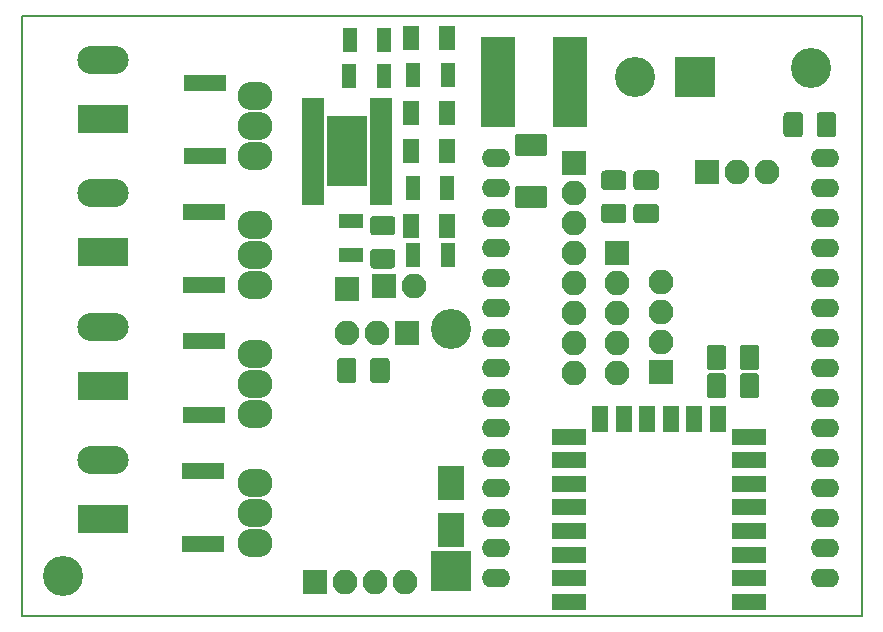
<source format=gbr>
%TF.GenerationSoftware,KiCad,Pcbnew,5.1.5-52549c5~84~ubuntu18.04.1*%
%TF.CreationDate,2020-07-26T00:10:31-03:00*%
%TF.ProjectId,Placa tesis,506c6163-6120-4746-9573-69732e6b6963,rev?*%
%TF.SameCoordinates,Original*%
%TF.FileFunction,Soldermask,Top*%
%TF.FilePolarity,Negative*%
%FSLAX46Y46*%
G04 Gerber Fmt 4.6, Leading zero omitted, Abs format (unit mm)*
G04 Created by KiCad (PCBNEW 5.1.5-52549c5~84~ubuntu18.04.1) date 2020-07-26 00:10:31*
%MOMM*%
%LPD*%
G04 APERTURE LIST*
%TA.AperFunction,Profile*%
%ADD10C,0.150000*%
%TD*%
%ADD11R,2.850000X7.590000*%
%ADD12R,2.100000X2.100000*%
%ADD13O,2.100000X2.100000*%
%ADD14C,0.100000*%
%ADD15R,4.360000X2.380000*%
%ADD16O,4.360000X2.380000*%
%ADD17C,3.400000*%
%ADD18O,2.940000X2.432000*%
%ADD19O,2.400000X1.600000*%
%ADD20R,2.900000X1.400000*%
%ADD21R,1.400000X2.200000*%
%ADD22R,3.397200X5.911800*%
%ADD23R,1.822400X0.755600*%
%ADD24R,1.400000X2.000000*%
%ADD25R,1.300000X2.100000*%
%ADD26R,3.600000X1.400000*%
%ADD27R,2.100000X1.300000*%
%ADD28R,3.400000X3.400000*%
%ADD29R,2.200000X2.900000*%
G04 APERTURE END LIST*
D10*
X82800000Y-91800000D02*
X153900000Y-91800000D01*
X153900000Y-41000000D02*
X153900000Y-91800000D01*
X82800000Y-41000000D02*
X82800000Y-91800000D01*
X82800000Y-41000000D02*
X153900000Y-41000000D01*
D11*
%TO.C,R12*%
X129200000Y-46600000D03*
X123100000Y-46600000D03*
%TD*%
D12*
%TO.C,J4*%
X115380000Y-67800000D03*
D13*
X112840000Y-67800000D03*
X110300000Y-67800000D03*
%TD*%
D14*
%TO.C,R26*%
G36*
X110827346Y-69926589D02*
G01*
X110859380Y-69931341D01*
X110890794Y-69939210D01*
X110921286Y-69950120D01*
X110950561Y-69963966D01*
X110978338Y-69980615D01*
X111004350Y-69999907D01*
X111028345Y-70021655D01*
X111050093Y-70045650D01*
X111069385Y-70071662D01*
X111086034Y-70099439D01*
X111099880Y-70128714D01*
X111110790Y-70159206D01*
X111118659Y-70190620D01*
X111123411Y-70222654D01*
X111125000Y-70255000D01*
X111125000Y-71745000D01*
X111123411Y-71777346D01*
X111118659Y-71809380D01*
X111110790Y-71840794D01*
X111099880Y-71871286D01*
X111086034Y-71900561D01*
X111069385Y-71928338D01*
X111050093Y-71954350D01*
X111028345Y-71978345D01*
X111004350Y-72000093D01*
X110978338Y-72019385D01*
X110950561Y-72036034D01*
X110921286Y-72049880D01*
X110890794Y-72060790D01*
X110859380Y-72068659D01*
X110827346Y-72073411D01*
X110795000Y-72075000D01*
X109805000Y-72075000D01*
X109772654Y-72073411D01*
X109740620Y-72068659D01*
X109709206Y-72060790D01*
X109678714Y-72049880D01*
X109649439Y-72036034D01*
X109621662Y-72019385D01*
X109595650Y-72000093D01*
X109571655Y-71978345D01*
X109549907Y-71954350D01*
X109530615Y-71928338D01*
X109513966Y-71900561D01*
X109500120Y-71871286D01*
X109489210Y-71840794D01*
X109481341Y-71809380D01*
X109476589Y-71777346D01*
X109475000Y-71745000D01*
X109475000Y-70255000D01*
X109476589Y-70222654D01*
X109481341Y-70190620D01*
X109489210Y-70159206D01*
X109500120Y-70128714D01*
X109513966Y-70099439D01*
X109530615Y-70071662D01*
X109549907Y-70045650D01*
X109571655Y-70021655D01*
X109595650Y-69999907D01*
X109621662Y-69980615D01*
X109649439Y-69963966D01*
X109678714Y-69950120D01*
X109709206Y-69939210D01*
X109740620Y-69931341D01*
X109772654Y-69926589D01*
X109805000Y-69925000D01*
X110795000Y-69925000D01*
X110827346Y-69926589D01*
G37*
G36*
X113627346Y-69926589D02*
G01*
X113659380Y-69931341D01*
X113690794Y-69939210D01*
X113721286Y-69950120D01*
X113750561Y-69963966D01*
X113778338Y-69980615D01*
X113804350Y-69999907D01*
X113828345Y-70021655D01*
X113850093Y-70045650D01*
X113869385Y-70071662D01*
X113886034Y-70099439D01*
X113899880Y-70128714D01*
X113910790Y-70159206D01*
X113918659Y-70190620D01*
X113923411Y-70222654D01*
X113925000Y-70255000D01*
X113925000Y-71745000D01*
X113923411Y-71777346D01*
X113918659Y-71809380D01*
X113910790Y-71840794D01*
X113899880Y-71871286D01*
X113886034Y-71900561D01*
X113869385Y-71928338D01*
X113850093Y-71954350D01*
X113828345Y-71978345D01*
X113804350Y-72000093D01*
X113778338Y-72019385D01*
X113750561Y-72036034D01*
X113721286Y-72049880D01*
X113690794Y-72060790D01*
X113659380Y-72068659D01*
X113627346Y-72073411D01*
X113595000Y-72075000D01*
X112605000Y-72075000D01*
X112572654Y-72073411D01*
X112540620Y-72068659D01*
X112509206Y-72060790D01*
X112478714Y-72049880D01*
X112449439Y-72036034D01*
X112421662Y-72019385D01*
X112395650Y-72000093D01*
X112371655Y-71978345D01*
X112349907Y-71954350D01*
X112330615Y-71928338D01*
X112313966Y-71900561D01*
X112300120Y-71871286D01*
X112289210Y-71840794D01*
X112281341Y-71809380D01*
X112276589Y-71777346D01*
X112275000Y-71745000D01*
X112275000Y-70255000D01*
X112276589Y-70222654D01*
X112281341Y-70190620D01*
X112289210Y-70159206D01*
X112300120Y-70128714D01*
X112313966Y-70099439D01*
X112330615Y-70071662D01*
X112349907Y-70045650D01*
X112371655Y-70021655D01*
X112395650Y-69999907D01*
X112421662Y-69980615D01*
X112449439Y-69963966D01*
X112478714Y-69950120D01*
X112509206Y-69939210D01*
X112540620Y-69931341D01*
X112572654Y-69926589D01*
X112605000Y-69925000D01*
X113595000Y-69925000D01*
X113627346Y-69926589D01*
G37*
%TD*%
D15*
%TO.C,D4*%
X89651000Y-49700000D03*
D16*
X89651000Y-44700000D03*
%TD*%
D17*
%TO.C,REF\002A\002A*%
X86300000Y-88400000D03*
%TD*%
D14*
%TO.C,R15*%
G36*
X148627346Y-49126589D02*
G01*
X148659380Y-49131341D01*
X148690794Y-49139210D01*
X148721286Y-49150120D01*
X148750561Y-49163966D01*
X148778338Y-49180615D01*
X148804350Y-49199907D01*
X148828345Y-49221655D01*
X148850093Y-49245650D01*
X148869385Y-49271662D01*
X148886034Y-49299439D01*
X148899880Y-49328714D01*
X148910790Y-49359206D01*
X148918659Y-49390620D01*
X148923411Y-49422654D01*
X148925000Y-49455000D01*
X148925000Y-50945000D01*
X148923411Y-50977346D01*
X148918659Y-51009380D01*
X148910790Y-51040794D01*
X148899880Y-51071286D01*
X148886034Y-51100561D01*
X148869385Y-51128338D01*
X148850093Y-51154350D01*
X148828345Y-51178345D01*
X148804350Y-51200093D01*
X148778338Y-51219385D01*
X148750561Y-51236034D01*
X148721286Y-51249880D01*
X148690794Y-51260790D01*
X148659380Y-51268659D01*
X148627346Y-51273411D01*
X148595000Y-51275000D01*
X147605000Y-51275000D01*
X147572654Y-51273411D01*
X147540620Y-51268659D01*
X147509206Y-51260790D01*
X147478714Y-51249880D01*
X147449439Y-51236034D01*
X147421662Y-51219385D01*
X147395650Y-51200093D01*
X147371655Y-51178345D01*
X147349907Y-51154350D01*
X147330615Y-51128338D01*
X147313966Y-51100561D01*
X147300120Y-51071286D01*
X147289210Y-51040794D01*
X147281341Y-51009380D01*
X147276589Y-50977346D01*
X147275000Y-50945000D01*
X147275000Y-49455000D01*
X147276589Y-49422654D01*
X147281341Y-49390620D01*
X147289210Y-49359206D01*
X147300120Y-49328714D01*
X147313966Y-49299439D01*
X147330615Y-49271662D01*
X147349907Y-49245650D01*
X147371655Y-49221655D01*
X147395650Y-49199907D01*
X147421662Y-49180615D01*
X147449439Y-49163966D01*
X147478714Y-49150120D01*
X147509206Y-49139210D01*
X147540620Y-49131341D01*
X147572654Y-49126589D01*
X147605000Y-49125000D01*
X148595000Y-49125000D01*
X148627346Y-49126589D01*
G37*
G36*
X151427346Y-49126589D02*
G01*
X151459380Y-49131341D01*
X151490794Y-49139210D01*
X151521286Y-49150120D01*
X151550561Y-49163966D01*
X151578338Y-49180615D01*
X151604350Y-49199907D01*
X151628345Y-49221655D01*
X151650093Y-49245650D01*
X151669385Y-49271662D01*
X151686034Y-49299439D01*
X151699880Y-49328714D01*
X151710790Y-49359206D01*
X151718659Y-49390620D01*
X151723411Y-49422654D01*
X151725000Y-49455000D01*
X151725000Y-50945000D01*
X151723411Y-50977346D01*
X151718659Y-51009380D01*
X151710790Y-51040794D01*
X151699880Y-51071286D01*
X151686034Y-51100561D01*
X151669385Y-51128338D01*
X151650093Y-51154350D01*
X151628345Y-51178345D01*
X151604350Y-51200093D01*
X151578338Y-51219385D01*
X151550561Y-51236034D01*
X151521286Y-51249880D01*
X151490794Y-51260790D01*
X151459380Y-51268659D01*
X151427346Y-51273411D01*
X151395000Y-51275000D01*
X150405000Y-51275000D01*
X150372654Y-51273411D01*
X150340620Y-51268659D01*
X150309206Y-51260790D01*
X150278714Y-51249880D01*
X150249439Y-51236034D01*
X150221662Y-51219385D01*
X150195650Y-51200093D01*
X150171655Y-51178345D01*
X150149907Y-51154350D01*
X150130615Y-51128338D01*
X150113966Y-51100561D01*
X150100120Y-51071286D01*
X150089210Y-51040794D01*
X150081341Y-51009380D01*
X150076589Y-50977346D01*
X150075000Y-50945000D01*
X150075000Y-49455000D01*
X150076589Y-49422654D01*
X150081341Y-49390620D01*
X150089210Y-49359206D01*
X150100120Y-49328714D01*
X150113966Y-49299439D01*
X150130615Y-49271662D01*
X150149907Y-49245650D01*
X150171655Y-49221655D01*
X150195650Y-49199907D01*
X150221662Y-49180615D01*
X150249439Y-49163966D01*
X150278714Y-49150120D01*
X150309206Y-49139210D01*
X150340620Y-49131341D01*
X150372654Y-49126589D01*
X150405000Y-49125000D01*
X151395000Y-49125000D01*
X151427346Y-49126589D01*
G37*
%TD*%
D12*
%TO.C,J13*%
X133200000Y-61020000D03*
D13*
X133200000Y-63560000D03*
X133200000Y-66100000D03*
X133200000Y-68640000D03*
X133200000Y-71180000D03*
%TD*%
D14*
%TO.C,U3*%
G36*
X125092153Y-55375843D02*
G01*
X125109141Y-55378363D01*
X125125800Y-55382535D01*
X125141970Y-55388321D01*
X125157494Y-55395664D01*
X125172225Y-55404493D01*
X125186019Y-55414723D01*
X125198744Y-55426256D01*
X125210277Y-55438981D01*
X125220507Y-55452775D01*
X125229336Y-55467506D01*
X125236679Y-55483030D01*
X125242465Y-55499200D01*
X125246637Y-55515859D01*
X125249157Y-55532847D01*
X125250000Y-55550000D01*
X125250000Y-57050000D01*
X125249157Y-57067153D01*
X125246637Y-57084141D01*
X125242465Y-57100800D01*
X125236679Y-57116970D01*
X125229336Y-57132494D01*
X125220507Y-57147225D01*
X125210277Y-57161019D01*
X125198744Y-57173744D01*
X125186019Y-57185277D01*
X125172225Y-57195507D01*
X125157494Y-57204336D01*
X125141970Y-57211679D01*
X125125800Y-57217465D01*
X125109141Y-57221637D01*
X125092153Y-57224157D01*
X125075000Y-57225000D01*
X124725000Y-57225000D01*
X124707847Y-57224157D01*
X124690859Y-57221637D01*
X124674200Y-57217465D01*
X124658030Y-57211679D01*
X124642506Y-57204336D01*
X124627775Y-57195507D01*
X124613981Y-57185277D01*
X124601256Y-57173744D01*
X124589723Y-57161019D01*
X124579493Y-57147225D01*
X124570664Y-57132494D01*
X124563321Y-57116970D01*
X124557535Y-57100800D01*
X124553363Y-57084141D01*
X124550843Y-57067153D01*
X124550000Y-57050000D01*
X124550000Y-55550000D01*
X124550843Y-55532847D01*
X124553363Y-55515859D01*
X124557535Y-55499200D01*
X124563321Y-55483030D01*
X124570664Y-55467506D01*
X124579493Y-55452775D01*
X124589723Y-55438981D01*
X124601256Y-55426256D01*
X124613981Y-55414723D01*
X124627775Y-55404493D01*
X124642506Y-55395664D01*
X124658030Y-55388321D01*
X124674200Y-55382535D01*
X124690859Y-55378363D01*
X124707847Y-55375843D01*
X124725000Y-55375000D01*
X125075000Y-55375000D01*
X125092153Y-55375843D01*
G37*
G36*
X125592153Y-55375843D02*
G01*
X125609141Y-55378363D01*
X125625800Y-55382535D01*
X125641970Y-55388321D01*
X125657494Y-55395664D01*
X125672225Y-55404493D01*
X125686019Y-55414723D01*
X125698744Y-55426256D01*
X125710277Y-55438981D01*
X125720507Y-55452775D01*
X125729336Y-55467506D01*
X125736679Y-55483030D01*
X125742465Y-55499200D01*
X125746637Y-55515859D01*
X125749157Y-55532847D01*
X125750000Y-55550000D01*
X125750000Y-57050000D01*
X125749157Y-57067153D01*
X125746637Y-57084141D01*
X125742465Y-57100800D01*
X125736679Y-57116970D01*
X125729336Y-57132494D01*
X125720507Y-57147225D01*
X125710277Y-57161019D01*
X125698744Y-57173744D01*
X125686019Y-57185277D01*
X125672225Y-57195507D01*
X125657494Y-57204336D01*
X125641970Y-57211679D01*
X125625800Y-57217465D01*
X125609141Y-57221637D01*
X125592153Y-57224157D01*
X125575000Y-57225000D01*
X125225000Y-57225000D01*
X125207847Y-57224157D01*
X125190859Y-57221637D01*
X125174200Y-57217465D01*
X125158030Y-57211679D01*
X125142506Y-57204336D01*
X125127775Y-57195507D01*
X125113981Y-57185277D01*
X125101256Y-57173744D01*
X125089723Y-57161019D01*
X125079493Y-57147225D01*
X125070664Y-57132494D01*
X125063321Y-57116970D01*
X125057535Y-57100800D01*
X125053363Y-57084141D01*
X125050843Y-57067153D01*
X125050000Y-57050000D01*
X125050000Y-55550000D01*
X125050843Y-55532847D01*
X125053363Y-55515859D01*
X125057535Y-55499200D01*
X125063321Y-55483030D01*
X125070664Y-55467506D01*
X125079493Y-55452775D01*
X125089723Y-55438981D01*
X125101256Y-55426256D01*
X125113981Y-55414723D01*
X125127775Y-55404493D01*
X125142506Y-55395664D01*
X125158030Y-55388321D01*
X125174200Y-55382535D01*
X125190859Y-55378363D01*
X125207847Y-55375843D01*
X125225000Y-55375000D01*
X125575000Y-55375000D01*
X125592153Y-55375843D01*
G37*
G36*
X126092153Y-55375843D02*
G01*
X126109141Y-55378363D01*
X126125800Y-55382535D01*
X126141970Y-55388321D01*
X126157494Y-55395664D01*
X126172225Y-55404493D01*
X126186019Y-55414723D01*
X126198744Y-55426256D01*
X126210277Y-55438981D01*
X126220507Y-55452775D01*
X126229336Y-55467506D01*
X126236679Y-55483030D01*
X126242465Y-55499200D01*
X126246637Y-55515859D01*
X126249157Y-55532847D01*
X126250000Y-55550000D01*
X126250000Y-57050000D01*
X126249157Y-57067153D01*
X126246637Y-57084141D01*
X126242465Y-57100800D01*
X126236679Y-57116970D01*
X126229336Y-57132494D01*
X126220507Y-57147225D01*
X126210277Y-57161019D01*
X126198744Y-57173744D01*
X126186019Y-57185277D01*
X126172225Y-57195507D01*
X126157494Y-57204336D01*
X126141970Y-57211679D01*
X126125800Y-57217465D01*
X126109141Y-57221637D01*
X126092153Y-57224157D01*
X126075000Y-57225000D01*
X125725000Y-57225000D01*
X125707847Y-57224157D01*
X125690859Y-57221637D01*
X125674200Y-57217465D01*
X125658030Y-57211679D01*
X125642506Y-57204336D01*
X125627775Y-57195507D01*
X125613981Y-57185277D01*
X125601256Y-57173744D01*
X125589723Y-57161019D01*
X125579493Y-57147225D01*
X125570664Y-57132494D01*
X125563321Y-57116970D01*
X125557535Y-57100800D01*
X125553363Y-57084141D01*
X125550843Y-57067153D01*
X125550000Y-57050000D01*
X125550000Y-55550000D01*
X125550843Y-55532847D01*
X125553363Y-55515859D01*
X125557535Y-55499200D01*
X125563321Y-55483030D01*
X125570664Y-55467506D01*
X125579493Y-55452775D01*
X125589723Y-55438981D01*
X125601256Y-55426256D01*
X125613981Y-55414723D01*
X125627775Y-55404493D01*
X125642506Y-55395664D01*
X125658030Y-55388321D01*
X125674200Y-55382535D01*
X125690859Y-55378363D01*
X125707847Y-55375843D01*
X125725000Y-55375000D01*
X126075000Y-55375000D01*
X126092153Y-55375843D01*
G37*
G36*
X126592153Y-55375843D02*
G01*
X126609141Y-55378363D01*
X126625800Y-55382535D01*
X126641970Y-55388321D01*
X126657494Y-55395664D01*
X126672225Y-55404493D01*
X126686019Y-55414723D01*
X126698744Y-55426256D01*
X126710277Y-55438981D01*
X126720507Y-55452775D01*
X126729336Y-55467506D01*
X126736679Y-55483030D01*
X126742465Y-55499200D01*
X126746637Y-55515859D01*
X126749157Y-55532847D01*
X126750000Y-55550000D01*
X126750000Y-57050000D01*
X126749157Y-57067153D01*
X126746637Y-57084141D01*
X126742465Y-57100800D01*
X126736679Y-57116970D01*
X126729336Y-57132494D01*
X126720507Y-57147225D01*
X126710277Y-57161019D01*
X126698744Y-57173744D01*
X126686019Y-57185277D01*
X126672225Y-57195507D01*
X126657494Y-57204336D01*
X126641970Y-57211679D01*
X126625800Y-57217465D01*
X126609141Y-57221637D01*
X126592153Y-57224157D01*
X126575000Y-57225000D01*
X126225000Y-57225000D01*
X126207847Y-57224157D01*
X126190859Y-57221637D01*
X126174200Y-57217465D01*
X126158030Y-57211679D01*
X126142506Y-57204336D01*
X126127775Y-57195507D01*
X126113981Y-57185277D01*
X126101256Y-57173744D01*
X126089723Y-57161019D01*
X126079493Y-57147225D01*
X126070664Y-57132494D01*
X126063321Y-57116970D01*
X126057535Y-57100800D01*
X126053363Y-57084141D01*
X126050843Y-57067153D01*
X126050000Y-57050000D01*
X126050000Y-55550000D01*
X126050843Y-55532847D01*
X126053363Y-55515859D01*
X126057535Y-55499200D01*
X126063321Y-55483030D01*
X126070664Y-55467506D01*
X126079493Y-55452775D01*
X126089723Y-55438981D01*
X126101256Y-55426256D01*
X126113981Y-55414723D01*
X126127775Y-55404493D01*
X126142506Y-55395664D01*
X126158030Y-55388321D01*
X126174200Y-55382535D01*
X126190859Y-55378363D01*
X126207847Y-55375843D01*
X126225000Y-55375000D01*
X126575000Y-55375000D01*
X126592153Y-55375843D01*
G37*
G36*
X127092153Y-55375843D02*
G01*
X127109141Y-55378363D01*
X127125800Y-55382535D01*
X127141970Y-55388321D01*
X127157494Y-55395664D01*
X127172225Y-55404493D01*
X127186019Y-55414723D01*
X127198744Y-55426256D01*
X127210277Y-55438981D01*
X127220507Y-55452775D01*
X127229336Y-55467506D01*
X127236679Y-55483030D01*
X127242465Y-55499200D01*
X127246637Y-55515859D01*
X127249157Y-55532847D01*
X127250000Y-55550000D01*
X127250000Y-57050000D01*
X127249157Y-57067153D01*
X127246637Y-57084141D01*
X127242465Y-57100800D01*
X127236679Y-57116970D01*
X127229336Y-57132494D01*
X127220507Y-57147225D01*
X127210277Y-57161019D01*
X127198744Y-57173744D01*
X127186019Y-57185277D01*
X127172225Y-57195507D01*
X127157494Y-57204336D01*
X127141970Y-57211679D01*
X127125800Y-57217465D01*
X127109141Y-57221637D01*
X127092153Y-57224157D01*
X127075000Y-57225000D01*
X126725000Y-57225000D01*
X126707847Y-57224157D01*
X126690859Y-57221637D01*
X126674200Y-57217465D01*
X126658030Y-57211679D01*
X126642506Y-57204336D01*
X126627775Y-57195507D01*
X126613981Y-57185277D01*
X126601256Y-57173744D01*
X126589723Y-57161019D01*
X126579493Y-57147225D01*
X126570664Y-57132494D01*
X126563321Y-57116970D01*
X126557535Y-57100800D01*
X126553363Y-57084141D01*
X126550843Y-57067153D01*
X126550000Y-57050000D01*
X126550000Y-55550000D01*
X126550843Y-55532847D01*
X126553363Y-55515859D01*
X126557535Y-55499200D01*
X126563321Y-55483030D01*
X126570664Y-55467506D01*
X126579493Y-55452775D01*
X126589723Y-55438981D01*
X126601256Y-55426256D01*
X126613981Y-55414723D01*
X126627775Y-55404493D01*
X126642506Y-55395664D01*
X126658030Y-55388321D01*
X126674200Y-55382535D01*
X126690859Y-55378363D01*
X126707847Y-55375843D01*
X126725000Y-55375000D01*
X127075000Y-55375000D01*
X127092153Y-55375843D01*
G37*
G36*
X127092153Y-50975843D02*
G01*
X127109141Y-50978363D01*
X127125800Y-50982535D01*
X127141970Y-50988321D01*
X127157494Y-50995664D01*
X127172225Y-51004493D01*
X127186019Y-51014723D01*
X127198744Y-51026256D01*
X127210277Y-51038981D01*
X127220507Y-51052775D01*
X127229336Y-51067506D01*
X127236679Y-51083030D01*
X127242465Y-51099200D01*
X127246637Y-51115859D01*
X127249157Y-51132847D01*
X127250000Y-51150000D01*
X127250000Y-52650000D01*
X127249157Y-52667153D01*
X127246637Y-52684141D01*
X127242465Y-52700800D01*
X127236679Y-52716970D01*
X127229336Y-52732494D01*
X127220507Y-52747225D01*
X127210277Y-52761019D01*
X127198744Y-52773744D01*
X127186019Y-52785277D01*
X127172225Y-52795507D01*
X127157494Y-52804336D01*
X127141970Y-52811679D01*
X127125800Y-52817465D01*
X127109141Y-52821637D01*
X127092153Y-52824157D01*
X127075000Y-52825000D01*
X126725000Y-52825000D01*
X126707847Y-52824157D01*
X126690859Y-52821637D01*
X126674200Y-52817465D01*
X126658030Y-52811679D01*
X126642506Y-52804336D01*
X126627775Y-52795507D01*
X126613981Y-52785277D01*
X126601256Y-52773744D01*
X126589723Y-52761019D01*
X126579493Y-52747225D01*
X126570664Y-52732494D01*
X126563321Y-52716970D01*
X126557535Y-52700800D01*
X126553363Y-52684141D01*
X126550843Y-52667153D01*
X126550000Y-52650000D01*
X126550000Y-51150000D01*
X126550843Y-51132847D01*
X126553363Y-51115859D01*
X126557535Y-51099200D01*
X126563321Y-51083030D01*
X126570664Y-51067506D01*
X126579493Y-51052775D01*
X126589723Y-51038981D01*
X126601256Y-51026256D01*
X126613981Y-51014723D01*
X126627775Y-51004493D01*
X126642506Y-50995664D01*
X126658030Y-50988321D01*
X126674200Y-50982535D01*
X126690859Y-50978363D01*
X126707847Y-50975843D01*
X126725000Y-50975000D01*
X127075000Y-50975000D01*
X127092153Y-50975843D01*
G37*
G36*
X126592153Y-50975843D02*
G01*
X126609141Y-50978363D01*
X126625800Y-50982535D01*
X126641970Y-50988321D01*
X126657494Y-50995664D01*
X126672225Y-51004493D01*
X126686019Y-51014723D01*
X126698744Y-51026256D01*
X126710277Y-51038981D01*
X126720507Y-51052775D01*
X126729336Y-51067506D01*
X126736679Y-51083030D01*
X126742465Y-51099200D01*
X126746637Y-51115859D01*
X126749157Y-51132847D01*
X126750000Y-51150000D01*
X126750000Y-52650000D01*
X126749157Y-52667153D01*
X126746637Y-52684141D01*
X126742465Y-52700800D01*
X126736679Y-52716970D01*
X126729336Y-52732494D01*
X126720507Y-52747225D01*
X126710277Y-52761019D01*
X126698744Y-52773744D01*
X126686019Y-52785277D01*
X126672225Y-52795507D01*
X126657494Y-52804336D01*
X126641970Y-52811679D01*
X126625800Y-52817465D01*
X126609141Y-52821637D01*
X126592153Y-52824157D01*
X126575000Y-52825000D01*
X126225000Y-52825000D01*
X126207847Y-52824157D01*
X126190859Y-52821637D01*
X126174200Y-52817465D01*
X126158030Y-52811679D01*
X126142506Y-52804336D01*
X126127775Y-52795507D01*
X126113981Y-52785277D01*
X126101256Y-52773744D01*
X126089723Y-52761019D01*
X126079493Y-52747225D01*
X126070664Y-52732494D01*
X126063321Y-52716970D01*
X126057535Y-52700800D01*
X126053363Y-52684141D01*
X126050843Y-52667153D01*
X126050000Y-52650000D01*
X126050000Y-51150000D01*
X126050843Y-51132847D01*
X126053363Y-51115859D01*
X126057535Y-51099200D01*
X126063321Y-51083030D01*
X126070664Y-51067506D01*
X126079493Y-51052775D01*
X126089723Y-51038981D01*
X126101256Y-51026256D01*
X126113981Y-51014723D01*
X126127775Y-51004493D01*
X126142506Y-50995664D01*
X126158030Y-50988321D01*
X126174200Y-50982535D01*
X126190859Y-50978363D01*
X126207847Y-50975843D01*
X126225000Y-50975000D01*
X126575000Y-50975000D01*
X126592153Y-50975843D01*
G37*
G36*
X126092153Y-50975843D02*
G01*
X126109141Y-50978363D01*
X126125800Y-50982535D01*
X126141970Y-50988321D01*
X126157494Y-50995664D01*
X126172225Y-51004493D01*
X126186019Y-51014723D01*
X126198744Y-51026256D01*
X126210277Y-51038981D01*
X126220507Y-51052775D01*
X126229336Y-51067506D01*
X126236679Y-51083030D01*
X126242465Y-51099200D01*
X126246637Y-51115859D01*
X126249157Y-51132847D01*
X126250000Y-51150000D01*
X126250000Y-52650000D01*
X126249157Y-52667153D01*
X126246637Y-52684141D01*
X126242465Y-52700800D01*
X126236679Y-52716970D01*
X126229336Y-52732494D01*
X126220507Y-52747225D01*
X126210277Y-52761019D01*
X126198744Y-52773744D01*
X126186019Y-52785277D01*
X126172225Y-52795507D01*
X126157494Y-52804336D01*
X126141970Y-52811679D01*
X126125800Y-52817465D01*
X126109141Y-52821637D01*
X126092153Y-52824157D01*
X126075000Y-52825000D01*
X125725000Y-52825000D01*
X125707847Y-52824157D01*
X125690859Y-52821637D01*
X125674200Y-52817465D01*
X125658030Y-52811679D01*
X125642506Y-52804336D01*
X125627775Y-52795507D01*
X125613981Y-52785277D01*
X125601256Y-52773744D01*
X125589723Y-52761019D01*
X125579493Y-52747225D01*
X125570664Y-52732494D01*
X125563321Y-52716970D01*
X125557535Y-52700800D01*
X125553363Y-52684141D01*
X125550843Y-52667153D01*
X125550000Y-52650000D01*
X125550000Y-51150000D01*
X125550843Y-51132847D01*
X125553363Y-51115859D01*
X125557535Y-51099200D01*
X125563321Y-51083030D01*
X125570664Y-51067506D01*
X125579493Y-51052775D01*
X125589723Y-51038981D01*
X125601256Y-51026256D01*
X125613981Y-51014723D01*
X125627775Y-51004493D01*
X125642506Y-50995664D01*
X125658030Y-50988321D01*
X125674200Y-50982535D01*
X125690859Y-50978363D01*
X125707847Y-50975843D01*
X125725000Y-50975000D01*
X126075000Y-50975000D01*
X126092153Y-50975843D01*
G37*
G36*
X125592153Y-50975843D02*
G01*
X125609141Y-50978363D01*
X125625800Y-50982535D01*
X125641970Y-50988321D01*
X125657494Y-50995664D01*
X125672225Y-51004493D01*
X125686019Y-51014723D01*
X125698744Y-51026256D01*
X125710277Y-51038981D01*
X125720507Y-51052775D01*
X125729336Y-51067506D01*
X125736679Y-51083030D01*
X125742465Y-51099200D01*
X125746637Y-51115859D01*
X125749157Y-51132847D01*
X125750000Y-51150000D01*
X125750000Y-52650000D01*
X125749157Y-52667153D01*
X125746637Y-52684141D01*
X125742465Y-52700800D01*
X125736679Y-52716970D01*
X125729336Y-52732494D01*
X125720507Y-52747225D01*
X125710277Y-52761019D01*
X125698744Y-52773744D01*
X125686019Y-52785277D01*
X125672225Y-52795507D01*
X125657494Y-52804336D01*
X125641970Y-52811679D01*
X125625800Y-52817465D01*
X125609141Y-52821637D01*
X125592153Y-52824157D01*
X125575000Y-52825000D01*
X125225000Y-52825000D01*
X125207847Y-52824157D01*
X125190859Y-52821637D01*
X125174200Y-52817465D01*
X125158030Y-52811679D01*
X125142506Y-52804336D01*
X125127775Y-52795507D01*
X125113981Y-52785277D01*
X125101256Y-52773744D01*
X125089723Y-52761019D01*
X125079493Y-52747225D01*
X125070664Y-52732494D01*
X125063321Y-52716970D01*
X125057535Y-52700800D01*
X125053363Y-52684141D01*
X125050843Y-52667153D01*
X125050000Y-52650000D01*
X125050000Y-51150000D01*
X125050843Y-51132847D01*
X125053363Y-51115859D01*
X125057535Y-51099200D01*
X125063321Y-51083030D01*
X125070664Y-51067506D01*
X125079493Y-51052775D01*
X125089723Y-51038981D01*
X125101256Y-51026256D01*
X125113981Y-51014723D01*
X125127775Y-51004493D01*
X125142506Y-50995664D01*
X125158030Y-50988321D01*
X125174200Y-50982535D01*
X125190859Y-50978363D01*
X125207847Y-50975843D01*
X125225000Y-50975000D01*
X125575000Y-50975000D01*
X125592153Y-50975843D01*
G37*
G36*
X125092153Y-50975843D02*
G01*
X125109141Y-50978363D01*
X125125800Y-50982535D01*
X125141970Y-50988321D01*
X125157494Y-50995664D01*
X125172225Y-51004493D01*
X125186019Y-51014723D01*
X125198744Y-51026256D01*
X125210277Y-51038981D01*
X125220507Y-51052775D01*
X125229336Y-51067506D01*
X125236679Y-51083030D01*
X125242465Y-51099200D01*
X125246637Y-51115859D01*
X125249157Y-51132847D01*
X125250000Y-51150000D01*
X125250000Y-52650000D01*
X125249157Y-52667153D01*
X125246637Y-52684141D01*
X125242465Y-52700800D01*
X125236679Y-52716970D01*
X125229336Y-52732494D01*
X125220507Y-52747225D01*
X125210277Y-52761019D01*
X125198744Y-52773744D01*
X125186019Y-52785277D01*
X125172225Y-52795507D01*
X125157494Y-52804336D01*
X125141970Y-52811679D01*
X125125800Y-52817465D01*
X125109141Y-52821637D01*
X125092153Y-52824157D01*
X125075000Y-52825000D01*
X124725000Y-52825000D01*
X124707847Y-52824157D01*
X124690859Y-52821637D01*
X124674200Y-52817465D01*
X124658030Y-52811679D01*
X124642506Y-52804336D01*
X124627775Y-52795507D01*
X124613981Y-52785277D01*
X124601256Y-52773744D01*
X124589723Y-52761019D01*
X124579493Y-52747225D01*
X124570664Y-52732494D01*
X124563321Y-52716970D01*
X124557535Y-52700800D01*
X124553363Y-52684141D01*
X124550843Y-52667153D01*
X124550000Y-52650000D01*
X124550000Y-51150000D01*
X124550843Y-51132847D01*
X124553363Y-51115859D01*
X124557535Y-51099200D01*
X124563321Y-51083030D01*
X124570664Y-51067506D01*
X124579493Y-51052775D01*
X124589723Y-51038981D01*
X124601256Y-51026256D01*
X124613981Y-51014723D01*
X124627775Y-51004493D01*
X124642506Y-50995664D01*
X124658030Y-50988321D01*
X124674200Y-50982535D01*
X124690859Y-50978363D01*
X124707847Y-50975843D01*
X124725000Y-50975000D01*
X125075000Y-50975000D01*
X125092153Y-50975843D01*
G37*
%TD*%
D12*
%TO.C,J14*%
X129500000Y-53400000D03*
D13*
X129500000Y-55940000D03*
X129500000Y-58480000D03*
X129500000Y-61020000D03*
X129500000Y-63560000D03*
X129500000Y-66100000D03*
X129500000Y-68640000D03*
X129500000Y-71180000D03*
%TD*%
D12*
%TO.C,J15*%
X136900000Y-71140000D03*
D13*
X136900000Y-68600000D03*
X136900000Y-66060000D03*
X136900000Y-63520000D03*
%TD*%
D18*
%TO.C,Q4*%
X102541500Y-50335500D03*
X102541500Y-52875500D03*
X102541500Y-47795500D03*
%TD*%
D19*
%TO.C,U2*%
X150811500Y-53040000D03*
X122911500Y-53040000D03*
X150811500Y-55580000D03*
X122911500Y-55580000D03*
X150811500Y-58120000D03*
X122911500Y-58120000D03*
X150811500Y-60660000D03*
X122911500Y-60660000D03*
X150811500Y-63200000D03*
X122911500Y-63200000D03*
X150811500Y-65740000D03*
X122911500Y-65740000D03*
X150811500Y-68280000D03*
X122911500Y-68280000D03*
X150811500Y-70820000D03*
X122911500Y-70820000D03*
X150811500Y-73360000D03*
X122911500Y-73360000D03*
X150811500Y-75900000D03*
X122911500Y-75900000D03*
X150811500Y-78440000D03*
X122911500Y-78440000D03*
X150811500Y-80980000D03*
X122911500Y-80980000D03*
X150811500Y-83520000D03*
X122911500Y-83520000D03*
X150811500Y-86060000D03*
X122911500Y-86060000D03*
X150811500Y-88600000D03*
X122911500Y-88600000D03*
%TD*%
D20*
%TO.C,U5*%
X129134500Y-90600000D03*
X129134500Y-88600000D03*
X129134500Y-86600000D03*
X129134500Y-84600000D03*
X129134500Y-82600000D03*
X129134500Y-80600000D03*
X129134500Y-78600000D03*
X129134500Y-76600000D03*
D21*
X131734500Y-75100000D03*
X133734500Y-75100000D03*
X135734500Y-75100000D03*
X137734500Y-75100000D03*
X139734500Y-75100000D03*
X141734500Y-75100000D03*
D20*
X144334500Y-76600000D03*
X144334500Y-78600000D03*
X144334500Y-80600000D03*
X144334500Y-82600000D03*
X144334500Y-84600000D03*
X144334500Y-86600000D03*
X144334500Y-88600000D03*
X144334500Y-90600000D03*
%TD*%
D13*
%TO.C,TH1*%
X115960760Y-63828080D03*
D12*
X113420760Y-63828080D03*
%TD*%
D13*
%TO.C,J1*%
X145865000Y-54218000D03*
X143325000Y-54218000D03*
D12*
X140785000Y-54218000D03*
%TD*%
D17*
%TO.C,REF\002A\002A*%
X149600000Y-45400000D03*
%TD*%
D12*
%TO.C,OutP*%
X110300000Y-64100000D03*
%TD*%
D16*
%TO.C,D1*%
X89651000Y-78600000D03*
D15*
X89651000Y-83600000D03*
%TD*%
D16*
%TO.C,D2*%
X89651000Y-67300000D03*
D15*
X89651000Y-72300000D03*
%TD*%
%TO.C,D3*%
X89651000Y-61000000D03*
D16*
X89651000Y-56000000D03*
%TD*%
D18*
%TO.C,Q1*%
X102541500Y-80561500D03*
X102541500Y-85641500D03*
X102541500Y-83101500D03*
%TD*%
D22*
%TO.C,U4*%
X110324500Y-52464500D03*
D23*
X107479700Y-56680900D03*
X107479700Y-56045900D03*
X107479700Y-55385500D03*
X107479700Y-54750500D03*
X107479700Y-54090100D03*
X107479700Y-53429700D03*
X107479700Y-52794700D03*
X107479700Y-52134300D03*
X107479700Y-51499300D03*
X107479700Y-50838900D03*
X107479700Y-50178500D03*
X107479700Y-49543500D03*
X107479700Y-48883100D03*
X107479700Y-48248100D03*
X113169300Y-48248100D03*
X113169300Y-48883100D03*
X113169300Y-49543500D03*
X113169300Y-50178500D03*
X113169300Y-50838900D03*
X113169300Y-51499300D03*
X113169300Y-52134300D03*
X113169300Y-52794700D03*
X113169300Y-53429700D03*
X113169300Y-54090100D03*
X113169300Y-54750500D03*
X113169300Y-55385500D03*
X113169300Y-56045900D03*
X113169300Y-56680900D03*
%TD*%
D24*
%TO.C,C1*%
X115779020Y-42834020D03*
X118779020Y-42834020D03*
%TD*%
%TO.C,C2*%
X118779020Y-49235020D03*
X115779020Y-49235020D03*
%TD*%
%TO.C,C3*%
X115779020Y-52383020D03*
X118779020Y-52383020D03*
%TD*%
%TO.C,C4*%
X118779020Y-58784020D03*
X115779020Y-58784020D03*
%TD*%
D18*
%TO.C,Q2*%
X102541500Y-72179500D03*
X102541500Y-74719500D03*
X102541500Y-69639500D03*
%TD*%
%TO.C,Q3*%
X102541500Y-58717500D03*
X102541500Y-63797500D03*
X102541500Y-61257500D03*
%TD*%
D25*
%TO.C,R1*%
X118850000Y-61250000D03*
X115950000Y-61250000D03*
%TD*%
%TO.C,R2*%
X118815720Y-55570920D03*
X115915720Y-55570920D03*
%TD*%
%TO.C,R7*%
X113415000Y-46051000D03*
X110515000Y-46051000D03*
%TD*%
%TO.C,R8*%
X115951280Y-46020520D03*
X118851280Y-46020520D03*
%TD*%
%TO.C,R9*%
X110589000Y-43003000D03*
X113489000Y-43003000D03*
%TD*%
D26*
%TO.C,R3*%
X98096500Y-85693500D03*
X98096500Y-79493500D03*
%TD*%
%TO.C,R4*%
X98213016Y-68539215D03*
X98213016Y-74739215D03*
%TD*%
%TO.C,R5*%
X98187615Y-63810079D03*
X98187615Y-57610079D03*
%TD*%
%TO.C,R6*%
X98303848Y-46663607D03*
X98303848Y-52863607D03*
%TD*%
D27*
%TO.C,R27*%
X110642000Y-58350000D03*
X110642000Y-61250000D03*
%TD*%
D17*
%TO.C,J3*%
X134720000Y-46200000D03*
D28*
X139800000Y-46200000D03*
%TD*%
D17*
%TO.C,BT1*%
X119100000Y-67500000D03*
D28*
X119100000Y-87990000D03*
%TD*%
D14*
%TO.C,C9*%
G36*
X133677346Y-56876589D02*
G01*
X133709380Y-56881341D01*
X133740794Y-56889210D01*
X133771286Y-56900120D01*
X133800561Y-56913966D01*
X133828338Y-56930615D01*
X133854350Y-56949907D01*
X133878345Y-56971655D01*
X133900093Y-56995650D01*
X133919385Y-57021662D01*
X133936034Y-57049439D01*
X133949880Y-57078714D01*
X133960790Y-57109206D01*
X133968659Y-57140620D01*
X133973411Y-57172654D01*
X133975000Y-57205000D01*
X133975000Y-58195000D01*
X133973411Y-58227346D01*
X133968659Y-58259380D01*
X133960790Y-58290794D01*
X133949880Y-58321286D01*
X133936034Y-58350561D01*
X133919385Y-58378338D01*
X133900093Y-58404350D01*
X133878345Y-58428345D01*
X133854350Y-58450093D01*
X133828338Y-58469385D01*
X133800561Y-58486034D01*
X133771286Y-58499880D01*
X133740794Y-58510790D01*
X133709380Y-58518659D01*
X133677346Y-58523411D01*
X133645000Y-58525000D01*
X132155000Y-58525000D01*
X132122654Y-58523411D01*
X132090620Y-58518659D01*
X132059206Y-58510790D01*
X132028714Y-58499880D01*
X131999439Y-58486034D01*
X131971662Y-58469385D01*
X131945650Y-58450093D01*
X131921655Y-58428345D01*
X131899907Y-58404350D01*
X131880615Y-58378338D01*
X131863966Y-58350561D01*
X131850120Y-58321286D01*
X131839210Y-58290794D01*
X131831341Y-58259380D01*
X131826589Y-58227346D01*
X131825000Y-58195000D01*
X131825000Y-57205000D01*
X131826589Y-57172654D01*
X131831341Y-57140620D01*
X131839210Y-57109206D01*
X131850120Y-57078714D01*
X131863966Y-57049439D01*
X131880615Y-57021662D01*
X131899907Y-56995650D01*
X131921655Y-56971655D01*
X131945650Y-56949907D01*
X131971662Y-56930615D01*
X131999439Y-56913966D01*
X132028714Y-56900120D01*
X132059206Y-56889210D01*
X132090620Y-56881341D01*
X132122654Y-56876589D01*
X132155000Y-56875000D01*
X133645000Y-56875000D01*
X133677346Y-56876589D01*
G37*
G36*
X133677346Y-54076589D02*
G01*
X133709380Y-54081341D01*
X133740794Y-54089210D01*
X133771286Y-54100120D01*
X133800561Y-54113966D01*
X133828338Y-54130615D01*
X133854350Y-54149907D01*
X133878345Y-54171655D01*
X133900093Y-54195650D01*
X133919385Y-54221662D01*
X133936034Y-54249439D01*
X133949880Y-54278714D01*
X133960790Y-54309206D01*
X133968659Y-54340620D01*
X133973411Y-54372654D01*
X133975000Y-54405000D01*
X133975000Y-55395000D01*
X133973411Y-55427346D01*
X133968659Y-55459380D01*
X133960790Y-55490794D01*
X133949880Y-55521286D01*
X133936034Y-55550561D01*
X133919385Y-55578338D01*
X133900093Y-55604350D01*
X133878345Y-55628345D01*
X133854350Y-55650093D01*
X133828338Y-55669385D01*
X133800561Y-55686034D01*
X133771286Y-55699880D01*
X133740794Y-55710790D01*
X133709380Y-55718659D01*
X133677346Y-55723411D01*
X133645000Y-55725000D01*
X132155000Y-55725000D01*
X132122654Y-55723411D01*
X132090620Y-55718659D01*
X132059206Y-55710790D01*
X132028714Y-55699880D01*
X131999439Y-55686034D01*
X131971662Y-55669385D01*
X131945650Y-55650093D01*
X131921655Y-55628345D01*
X131899907Y-55604350D01*
X131880615Y-55578338D01*
X131863966Y-55550561D01*
X131850120Y-55521286D01*
X131839210Y-55490794D01*
X131831341Y-55459380D01*
X131826589Y-55427346D01*
X131825000Y-55395000D01*
X131825000Y-54405000D01*
X131826589Y-54372654D01*
X131831341Y-54340620D01*
X131839210Y-54309206D01*
X131850120Y-54278714D01*
X131863966Y-54249439D01*
X131880615Y-54221662D01*
X131899907Y-54195650D01*
X131921655Y-54171655D01*
X131945650Y-54149907D01*
X131971662Y-54130615D01*
X131999439Y-54113966D01*
X132028714Y-54100120D01*
X132059206Y-54089210D01*
X132090620Y-54081341D01*
X132122654Y-54076589D01*
X132155000Y-54075000D01*
X133645000Y-54075000D01*
X133677346Y-54076589D01*
G37*
%TD*%
%TO.C,C10*%
G36*
X136427346Y-54076589D02*
G01*
X136459380Y-54081341D01*
X136490794Y-54089210D01*
X136521286Y-54100120D01*
X136550561Y-54113966D01*
X136578338Y-54130615D01*
X136604350Y-54149907D01*
X136628345Y-54171655D01*
X136650093Y-54195650D01*
X136669385Y-54221662D01*
X136686034Y-54249439D01*
X136699880Y-54278714D01*
X136710790Y-54309206D01*
X136718659Y-54340620D01*
X136723411Y-54372654D01*
X136725000Y-54405000D01*
X136725000Y-55395000D01*
X136723411Y-55427346D01*
X136718659Y-55459380D01*
X136710790Y-55490794D01*
X136699880Y-55521286D01*
X136686034Y-55550561D01*
X136669385Y-55578338D01*
X136650093Y-55604350D01*
X136628345Y-55628345D01*
X136604350Y-55650093D01*
X136578338Y-55669385D01*
X136550561Y-55686034D01*
X136521286Y-55699880D01*
X136490794Y-55710790D01*
X136459380Y-55718659D01*
X136427346Y-55723411D01*
X136395000Y-55725000D01*
X134905000Y-55725000D01*
X134872654Y-55723411D01*
X134840620Y-55718659D01*
X134809206Y-55710790D01*
X134778714Y-55699880D01*
X134749439Y-55686034D01*
X134721662Y-55669385D01*
X134695650Y-55650093D01*
X134671655Y-55628345D01*
X134649907Y-55604350D01*
X134630615Y-55578338D01*
X134613966Y-55550561D01*
X134600120Y-55521286D01*
X134589210Y-55490794D01*
X134581341Y-55459380D01*
X134576589Y-55427346D01*
X134575000Y-55395000D01*
X134575000Y-54405000D01*
X134576589Y-54372654D01*
X134581341Y-54340620D01*
X134589210Y-54309206D01*
X134600120Y-54278714D01*
X134613966Y-54249439D01*
X134630615Y-54221662D01*
X134649907Y-54195650D01*
X134671655Y-54171655D01*
X134695650Y-54149907D01*
X134721662Y-54130615D01*
X134749439Y-54113966D01*
X134778714Y-54100120D01*
X134809206Y-54089210D01*
X134840620Y-54081341D01*
X134872654Y-54076589D01*
X134905000Y-54075000D01*
X136395000Y-54075000D01*
X136427346Y-54076589D01*
G37*
G36*
X136427346Y-56876589D02*
G01*
X136459380Y-56881341D01*
X136490794Y-56889210D01*
X136521286Y-56900120D01*
X136550561Y-56913966D01*
X136578338Y-56930615D01*
X136604350Y-56949907D01*
X136628345Y-56971655D01*
X136650093Y-56995650D01*
X136669385Y-57021662D01*
X136686034Y-57049439D01*
X136699880Y-57078714D01*
X136710790Y-57109206D01*
X136718659Y-57140620D01*
X136723411Y-57172654D01*
X136725000Y-57205000D01*
X136725000Y-58195000D01*
X136723411Y-58227346D01*
X136718659Y-58259380D01*
X136710790Y-58290794D01*
X136699880Y-58321286D01*
X136686034Y-58350561D01*
X136669385Y-58378338D01*
X136650093Y-58404350D01*
X136628345Y-58428345D01*
X136604350Y-58450093D01*
X136578338Y-58469385D01*
X136550561Y-58486034D01*
X136521286Y-58499880D01*
X136490794Y-58510790D01*
X136459380Y-58518659D01*
X136427346Y-58523411D01*
X136395000Y-58525000D01*
X134905000Y-58525000D01*
X134872654Y-58523411D01*
X134840620Y-58518659D01*
X134809206Y-58510790D01*
X134778714Y-58499880D01*
X134749439Y-58486034D01*
X134721662Y-58469385D01*
X134695650Y-58450093D01*
X134671655Y-58428345D01*
X134649907Y-58404350D01*
X134630615Y-58378338D01*
X134613966Y-58350561D01*
X134600120Y-58321286D01*
X134589210Y-58290794D01*
X134581341Y-58259380D01*
X134576589Y-58227346D01*
X134575000Y-58195000D01*
X134575000Y-57205000D01*
X134576589Y-57172654D01*
X134581341Y-57140620D01*
X134589210Y-57109206D01*
X134600120Y-57078714D01*
X134613966Y-57049439D01*
X134630615Y-57021662D01*
X134649907Y-56995650D01*
X134671655Y-56971655D01*
X134695650Y-56949907D01*
X134721662Y-56930615D01*
X134749439Y-56913966D01*
X134778714Y-56900120D01*
X134809206Y-56889210D01*
X134840620Y-56881341D01*
X134872654Y-56876589D01*
X134905000Y-56875000D01*
X136395000Y-56875000D01*
X136427346Y-56876589D01*
G37*
%TD*%
D29*
%TO.C,D5*%
X119100000Y-84500000D03*
X119100000Y-80500000D03*
%TD*%
D14*
%TO.C,R10*%
G36*
X114127346Y-60726589D02*
G01*
X114159380Y-60731341D01*
X114190794Y-60739210D01*
X114221286Y-60750120D01*
X114250561Y-60763966D01*
X114278338Y-60780615D01*
X114304350Y-60799907D01*
X114328345Y-60821655D01*
X114350093Y-60845650D01*
X114369385Y-60871662D01*
X114386034Y-60899439D01*
X114399880Y-60928714D01*
X114410790Y-60959206D01*
X114418659Y-60990620D01*
X114423411Y-61022654D01*
X114425000Y-61055000D01*
X114425000Y-62045000D01*
X114423411Y-62077346D01*
X114418659Y-62109380D01*
X114410790Y-62140794D01*
X114399880Y-62171286D01*
X114386034Y-62200561D01*
X114369385Y-62228338D01*
X114350093Y-62254350D01*
X114328345Y-62278345D01*
X114304350Y-62300093D01*
X114278338Y-62319385D01*
X114250561Y-62336034D01*
X114221286Y-62349880D01*
X114190794Y-62360790D01*
X114159380Y-62368659D01*
X114127346Y-62373411D01*
X114095000Y-62375000D01*
X112605000Y-62375000D01*
X112572654Y-62373411D01*
X112540620Y-62368659D01*
X112509206Y-62360790D01*
X112478714Y-62349880D01*
X112449439Y-62336034D01*
X112421662Y-62319385D01*
X112395650Y-62300093D01*
X112371655Y-62278345D01*
X112349907Y-62254350D01*
X112330615Y-62228338D01*
X112313966Y-62200561D01*
X112300120Y-62171286D01*
X112289210Y-62140794D01*
X112281341Y-62109380D01*
X112276589Y-62077346D01*
X112275000Y-62045000D01*
X112275000Y-61055000D01*
X112276589Y-61022654D01*
X112281341Y-60990620D01*
X112289210Y-60959206D01*
X112300120Y-60928714D01*
X112313966Y-60899439D01*
X112330615Y-60871662D01*
X112349907Y-60845650D01*
X112371655Y-60821655D01*
X112395650Y-60799907D01*
X112421662Y-60780615D01*
X112449439Y-60763966D01*
X112478714Y-60750120D01*
X112509206Y-60739210D01*
X112540620Y-60731341D01*
X112572654Y-60726589D01*
X112605000Y-60725000D01*
X114095000Y-60725000D01*
X114127346Y-60726589D01*
G37*
G36*
X114127346Y-57926589D02*
G01*
X114159380Y-57931341D01*
X114190794Y-57939210D01*
X114221286Y-57950120D01*
X114250561Y-57963966D01*
X114278338Y-57980615D01*
X114304350Y-57999907D01*
X114328345Y-58021655D01*
X114350093Y-58045650D01*
X114369385Y-58071662D01*
X114386034Y-58099439D01*
X114399880Y-58128714D01*
X114410790Y-58159206D01*
X114418659Y-58190620D01*
X114423411Y-58222654D01*
X114425000Y-58255000D01*
X114425000Y-59245000D01*
X114423411Y-59277346D01*
X114418659Y-59309380D01*
X114410790Y-59340794D01*
X114399880Y-59371286D01*
X114386034Y-59400561D01*
X114369385Y-59428338D01*
X114350093Y-59454350D01*
X114328345Y-59478345D01*
X114304350Y-59500093D01*
X114278338Y-59519385D01*
X114250561Y-59536034D01*
X114221286Y-59549880D01*
X114190794Y-59560790D01*
X114159380Y-59568659D01*
X114127346Y-59573411D01*
X114095000Y-59575000D01*
X112605000Y-59575000D01*
X112572654Y-59573411D01*
X112540620Y-59568659D01*
X112509206Y-59560790D01*
X112478714Y-59549880D01*
X112449439Y-59536034D01*
X112421662Y-59519385D01*
X112395650Y-59500093D01*
X112371655Y-59478345D01*
X112349907Y-59454350D01*
X112330615Y-59428338D01*
X112313966Y-59400561D01*
X112300120Y-59371286D01*
X112289210Y-59340794D01*
X112281341Y-59309380D01*
X112276589Y-59277346D01*
X112275000Y-59245000D01*
X112275000Y-58255000D01*
X112276589Y-58222654D01*
X112281341Y-58190620D01*
X112289210Y-58159206D01*
X112300120Y-58128714D01*
X112313966Y-58099439D01*
X112330615Y-58071662D01*
X112349907Y-58045650D01*
X112371655Y-58021655D01*
X112395650Y-57999907D01*
X112421662Y-57980615D01*
X112449439Y-57963966D01*
X112478714Y-57950120D01*
X112509206Y-57939210D01*
X112540620Y-57931341D01*
X112572654Y-57926589D01*
X112605000Y-57925000D01*
X114095000Y-57925000D01*
X114127346Y-57926589D01*
G37*
%TD*%
%TO.C,R13*%
G36*
X144927346Y-68826589D02*
G01*
X144959380Y-68831341D01*
X144990794Y-68839210D01*
X145021286Y-68850120D01*
X145050561Y-68863966D01*
X145078338Y-68880615D01*
X145104350Y-68899907D01*
X145128345Y-68921655D01*
X145150093Y-68945650D01*
X145169385Y-68971662D01*
X145186034Y-68999439D01*
X145199880Y-69028714D01*
X145210790Y-69059206D01*
X145218659Y-69090620D01*
X145223411Y-69122654D01*
X145225000Y-69155000D01*
X145225000Y-70645000D01*
X145223411Y-70677346D01*
X145218659Y-70709380D01*
X145210790Y-70740794D01*
X145199880Y-70771286D01*
X145186034Y-70800561D01*
X145169385Y-70828338D01*
X145150093Y-70854350D01*
X145128345Y-70878345D01*
X145104350Y-70900093D01*
X145078338Y-70919385D01*
X145050561Y-70936034D01*
X145021286Y-70949880D01*
X144990794Y-70960790D01*
X144959380Y-70968659D01*
X144927346Y-70973411D01*
X144895000Y-70975000D01*
X143905000Y-70975000D01*
X143872654Y-70973411D01*
X143840620Y-70968659D01*
X143809206Y-70960790D01*
X143778714Y-70949880D01*
X143749439Y-70936034D01*
X143721662Y-70919385D01*
X143695650Y-70900093D01*
X143671655Y-70878345D01*
X143649907Y-70854350D01*
X143630615Y-70828338D01*
X143613966Y-70800561D01*
X143600120Y-70771286D01*
X143589210Y-70740794D01*
X143581341Y-70709380D01*
X143576589Y-70677346D01*
X143575000Y-70645000D01*
X143575000Y-69155000D01*
X143576589Y-69122654D01*
X143581341Y-69090620D01*
X143589210Y-69059206D01*
X143600120Y-69028714D01*
X143613966Y-68999439D01*
X143630615Y-68971662D01*
X143649907Y-68945650D01*
X143671655Y-68921655D01*
X143695650Y-68899907D01*
X143721662Y-68880615D01*
X143749439Y-68863966D01*
X143778714Y-68850120D01*
X143809206Y-68839210D01*
X143840620Y-68831341D01*
X143872654Y-68826589D01*
X143905000Y-68825000D01*
X144895000Y-68825000D01*
X144927346Y-68826589D01*
G37*
G36*
X142127346Y-68826589D02*
G01*
X142159380Y-68831341D01*
X142190794Y-68839210D01*
X142221286Y-68850120D01*
X142250561Y-68863966D01*
X142278338Y-68880615D01*
X142304350Y-68899907D01*
X142328345Y-68921655D01*
X142350093Y-68945650D01*
X142369385Y-68971662D01*
X142386034Y-68999439D01*
X142399880Y-69028714D01*
X142410790Y-69059206D01*
X142418659Y-69090620D01*
X142423411Y-69122654D01*
X142425000Y-69155000D01*
X142425000Y-70645000D01*
X142423411Y-70677346D01*
X142418659Y-70709380D01*
X142410790Y-70740794D01*
X142399880Y-70771286D01*
X142386034Y-70800561D01*
X142369385Y-70828338D01*
X142350093Y-70854350D01*
X142328345Y-70878345D01*
X142304350Y-70900093D01*
X142278338Y-70919385D01*
X142250561Y-70936034D01*
X142221286Y-70949880D01*
X142190794Y-70960790D01*
X142159380Y-70968659D01*
X142127346Y-70973411D01*
X142095000Y-70975000D01*
X141105000Y-70975000D01*
X141072654Y-70973411D01*
X141040620Y-70968659D01*
X141009206Y-70960790D01*
X140978714Y-70949880D01*
X140949439Y-70936034D01*
X140921662Y-70919385D01*
X140895650Y-70900093D01*
X140871655Y-70878345D01*
X140849907Y-70854350D01*
X140830615Y-70828338D01*
X140813966Y-70800561D01*
X140800120Y-70771286D01*
X140789210Y-70740794D01*
X140781341Y-70709380D01*
X140776589Y-70677346D01*
X140775000Y-70645000D01*
X140775000Y-69155000D01*
X140776589Y-69122654D01*
X140781341Y-69090620D01*
X140789210Y-69059206D01*
X140800120Y-69028714D01*
X140813966Y-68999439D01*
X140830615Y-68971662D01*
X140849907Y-68945650D01*
X140871655Y-68921655D01*
X140895650Y-68899907D01*
X140921662Y-68880615D01*
X140949439Y-68863966D01*
X140978714Y-68850120D01*
X141009206Y-68839210D01*
X141040620Y-68831341D01*
X141072654Y-68826589D01*
X141105000Y-68825000D01*
X142095000Y-68825000D01*
X142127346Y-68826589D01*
G37*
%TD*%
%TO.C,R14*%
G36*
X142127346Y-71226589D02*
G01*
X142159380Y-71231341D01*
X142190794Y-71239210D01*
X142221286Y-71250120D01*
X142250561Y-71263966D01*
X142278338Y-71280615D01*
X142304350Y-71299907D01*
X142328345Y-71321655D01*
X142350093Y-71345650D01*
X142369385Y-71371662D01*
X142386034Y-71399439D01*
X142399880Y-71428714D01*
X142410790Y-71459206D01*
X142418659Y-71490620D01*
X142423411Y-71522654D01*
X142425000Y-71555000D01*
X142425000Y-73045000D01*
X142423411Y-73077346D01*
X142418659Y-73109380D01*
X142410790Y-73140794D01*
X142399880Y-73171286D01*
X142386034Y-73200561D01*
X142369385Y-73228338D01*
X142350093Y-73254350D01*
X142328345Y-73278345D01*
X142304350Y-73300093D01*
X142278338Y-73319385D01*
X142250561Y-73336034D01*
X142221286Y-73349880D01*
X142190794Y-73360790D01*
X142159380Y-73368659D01*
X142127346Y-73373411D01*
X142095000Y-73375000D01*
X141105000Y-73375000D01*
X141072654Y-73373411D01*
X141040620Y-73368659D01*
X141009206Y-73360790D01*
X140978714Y-73349880D01*
X140949439Y-73336034D01*
X140921662Y-73319385D01*
X140895650Y-73300093D01*
X140871655Y-73278345D01*
X140849907Y-73254350D01*
X140830615Y-73228338D01*
X140813966Y-73200561D01*
X140800120Y-73171286D01*
X140789210Y-73140794D01*
X140781341Y-73109380D01*
X140776589Y-73077346D01*
X140775000Y-73045000D01*
X140775000Y-71555000D01*
X140776589Y-71522654D01*
X140781341Y-71490620D01*
X140789210Y-71459206D01*
X140800120Y-71428714D01*
X140813966Y-71399439D01*
X140830615Y-71371662D01*
X140849907Y-71345650D01*
X140871655Y-71321655D01*
X140895650Y-71299907D01*
X140921662Y-71280615D01*
X140949439Y-71263966D01*
X140978714Y-71250120D01*
X141009206Y-71239210D01*
X141040620Y-71231341D01*
X141072654Y-71226589D01*
X141105000Y-71225000D01*
X142095000Y-71225000D01*
X142127346Y-71226589D01*
G37*
G36*
X144927346Y-71226589D02*
G01*
X144959380Y-71231341D01*
X144990794Y-71239210D01*
X145021286Y-71250120D01*
X145050561Y-71263966D01*
X145078338Y-71280615D01*
X145104350Y-71299907D01*
X145128345Y-71321655D01*
X145150093Y-71345650D01*
X145169385Y-71371662D01*
X145186034Y-71399439D01*
X145199880Y-71428714D01*
X145210790Y-71459206D01*
X145218659Y-71490620D01*
X145223411Y-71522654D01*
X145225000Y-71555000D01*
X145225000Y-73045000D01*
X145223411Y-73077346D01*
X145218659Y-73109380D01*
X145210790Y-73140794D01*
X145199880Y-73171286D01*
X145186034Y-73200561D01*
X145169385Y-73228338D01*
X145150093Y-73254350D01*
X145128345Y-73278345D01*
X145104350Y-73300093D01*
X145078338Y-73319385D01*
X145050561Y-73336034D01*
X145021286Y-73349880D01*
X144990794Y-73360790D01*
X144959380Y-73368659D01*
X144927346Y-73373411D01*
X144895000Y-73375000D01*
X143905000Y-73375000D01*
X143872654Y-73373411D01*
X143840620Y-73368659D01*
X143809206Y-73360790D01*
X143778714Y-73349880D01*
X143749439Y-73336034D01*
X143721662Y-73319385D01*
X143695650Y-73300093D01*
X143671655Y-73278345D01*
X143649907Y-73254350D01*
X143630615Y-73228338D01*
X143613966Y-73200561D01*
X143600120Y-73171286D01*
X143589210Y-73140794D01*
X143581341Y-73109380D01*
X143576589Y-73077346D01*
X143575000Y-73045000D01*
X143575000Y-71555000D01*
X143576589Y-71522654D01*
X143581341Y-71490620D01*
X143589210Y-71459206D01*
X143600120Y-71428714D01*
X143613966Y-71399439D01*
X143630615Y-71371662D01*
X143649907Y-71345650D01*
X143671655Y-71321655D01*
X143695650Y-71299907D01*
X143721662Y-71280615D01*
X143749439Y-71263966D01*
X143778714Y-71250120D01*
X143809206Y-71239210D01*
X143840620Y-71231341D01*
X143872654Y-71226589D01*
X143905000Y-71225000D01*
X144895000Y-71225000D01*
X144927346Y-71226589D01*
G37*
%TD*%
D12*
%TO.C,J5*%
X107600000Y-88900000D03*
D13*
X110140000Y-88900000D03*
X112680000Y-88900000D03*
X115220000Y-88900000D03*
%TD*%
M02*

</source>
